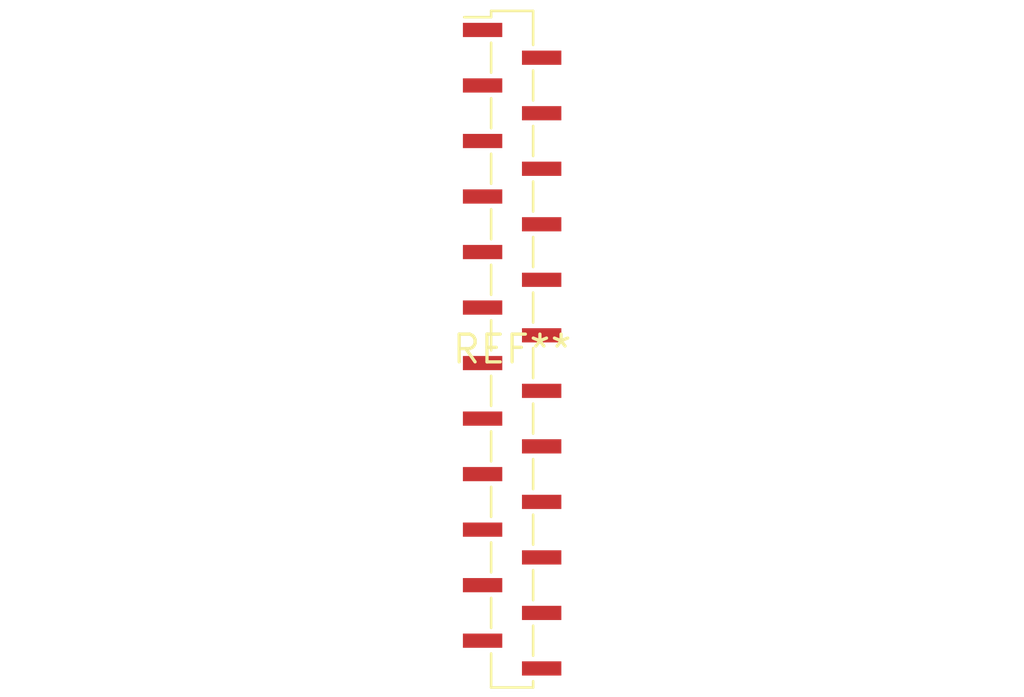
<source format=kicad_pcb>
(kicad_pcb (version 20240108) (generator pcbnew)
  (layers (0 "F.Cu" signal) (31 "B.Cu" signal) (34 "B.Paste" user) (35 "F.Paste" user) (36 "B.SilkS" user "B.Silkscreen") (37 "F.SilkS" user "F.Silkscreen") (38 "B.Mask" user) (39 "F.Mask" user) (44 "Edge.Cuts" user))
  (net 0 "")
  (footprint "PinSocket_1x24_P1.27mm_Vertical_SMD_Pin1Left" (layer "F.Cu") (at 0 0)
    (property "Reference" "REF**")
    (property "Value" "PinSocket_1x24_P1.27mm_Vertical_SMD_Pin1Left")
    (fp_line (start -2.19 -15.19) (end -0.96 -15.19) (layer "F.SilkS") (stroke (width 0.12)))
    (fp_line (start -0.96 -15.475) (end -0.96 -15.19) (layer "F.SilkS") (stroke (width 0.12)))
    (fp_line (start -0.96 -15.475) (end 0.96 -15.475) (layer "F.SilkS") (stroke (width 0.12)))
    (fp_line (start -0.96 -14.02) (end -0.96 -12.65) (layer "F.SilkS") (stroke (width 0.12)))
    (fp_line (start -0.96 -11.48) (end -0.96 -10.11) (layer "F.SilkS") (stroke (width 0.12)))
    (fp_line (start -0.96 -8.94) (end -0.96 -7.57) (layer "F.SilkS") (stroke (width 0.12)))
    (fp_line (start -0.96 -6.4) (end -0.96 -5.03) (layer "F.SilkS") (stroke (width 0.12)))
    (fp_line (start -0.96 -3.86) (end -0.96 -2.49) (layer "F.SilkS") (stroke (width 0.12)))
    (fp_line (start -0.96 -1.32) (end -0.96 0.05) (layer "F.SilkS") (stroke (width 0.12)))
    (fp_line (start -0.96 1.22) (end -0.96 2.59) (layer "F.SilkS") (stroke (width 0.12)))
    (fp_line (start -0.96 3.76) (end -0.96 5.13) (layer "F.SilkS") (stroke (width 0.12)))
    (fp_line (start -0.96 6.3) (end -0.96 7.67) (layer "F.SilkS") (stroke (width 0.12)))
    (fp_line (start -0.96 8.84) (end -0.96 10.21) (layer "F.SilkS") (stroke (width 0.12)))
    (fp_line (start -0.96 11.38) (end -0.96 12.75) (layer "F.SilkS") (stroke (width 0.12)))
    (fp_line (start -0.96 13.92) (end -0.96 15.475) (layer "F.SilkS") (stroke (width 0.12)))
    (fp_line (start -0.96 15.475) (end 0.96 15.475) (layer "F.SilkS") (stroke (width 0.12)))
    (fp_line (start 0.96 -15.475) (end 0.96 -13.92) (layer "F.SilkS") (stroke (width 0.12)))
    (fp_line (start 0.96 -12.75) (end 0.96 -11.38) (layer "F.SilkS") (stroke (width 0.12)))
    (fp_line (start 0.96 -10.21) (end 0.96 -8.84) (layer "F.SilkS") (stroke (width 0.12)))
    (fp_line (start 0.96 -7.67) (end 0.96 -6.3) (layer "F.SilkS") (stroke (width 0.12)))
    (fp_line (start 0.96 -5.13) (end 0.96 -3.76) (layer "F.SilkS") (stroke (width 0.12)))
    (fp_line (start 0.96 -2.59) (end 0.96 -1.22) (layer "F.SilkS") (stroke (width 0.12)))
    (fp_line (start 0.96 -0.05) (end 0.96 1.32) (layer "F.SilkS") (stroke (width 0.12)))
    (fp_line (start 0.96 2.49) (end 0.96 3.86) (layer "F.SilkS") (stroke (width 0.12)))
    (fp_line (start 0.96 5.03) (end 0.96 6.4) (layer "F.SilkS") (stroke (width 0.12)))
    (fp_line (start 0.96 7.57) (end 0.96 8.94) (layer "F.SilkS") (stroke (width 0.12)))
    (fp_line (start 0.96 10.11) (end 0.96 11.48) (layer "F.SilkS") (stroke (width 0.12)))
    (fp_line (start 0.96 12.65) (end 0.96 14.02) (layer "F.SilkS") (stroke (width 0.12)))
    (fp_line (start 0.96 15.19) (end 0.96 15.475) (layer "F.SilkS") (stroke (width 0.12)))
    (pad "1" smd rect (at -1.35 -14.605) (size 1.8 0.65) (layers "F.Cu" "F.Paste" "F.Mask"))
    (pad "2" smd rect (at 1.35 -13.335) (size 1.8 0.65) (layers "F.Cu" "F.Paste" "F.Mask"))
    (pad "3" smd rect (at -1.35 -12.065) (size 1.8 0.65) (layers "F.Cu" "F.Paste" "F.Mask"))
    (pad "4" smd rect (at 1.35 -10.795) (size 1.8 0.65) (layers "F.Cu" "F.Paste" "F.Mask"))
    (pad "5" smd rect (at -1.35 -9.525) (size 1.8 0.65) (layers "F.Cu" "F.Paste" "F.Mask"))
    (pad "6" smd rect (at 1.35 -8.255) (size 1.8 0.65) (layers "F.Cu" "F.Paste" "F.Mask"))
    (pad "7" smd rect (at -1.35 -6.985) (size 1.8 0.65) (layers "F.Cu" "F.Paste" "F.Mask"))
    (pad "8" smd rect (at 1.35 -5.715) (size 1.8 0.65) (layers "F.Cu" "F.Paste" "F.Mask"))
    (pad "9" smd rect (at -1.35 -4.445) (size 1.8 0.65) (layers "F.Cu" "F.Paste" "F.Mask"))
    (pad "10" smd rect (at 1.35 -3.175) (size 1.8 0.65) (layers "F.Cu" "F.Paste" "F.Mask"))
    (pad "11" smd rect (at -1.35 -1.905) (size 1.8 0.65) (layers "F.Cu" "F.Paste" "F.Mask"))
    (pad "12" smd rect (at 1.35 -0.635) (size 1.8 0.65) (layers "F.Cu" "F.Paste" "F.Mask"))
    (pad "13" smd rect (at -1.35 0.635) (size 1.8 0.65) (layers "F.Cu" "F.Paste" "F.Mask"))
    (pad "14" smd rect (at 1.35 1.905) (size 1.8 0.65) (layers "F.Cu" "F.Paste" "F.Mask"))
    (pad "15" smd rect (at -1.35 3.175) (size 1.8 0.65) (layers "F.Cu" "F.Paste" "F.Mask"))
    (pad "16" smd rect (at 1.35 4.445) (size 1.8 0.65) (layers "F.Cu" "F.Paste" "F.Mask"))
    (pad "17" smd rect (at -1.35 5.715) (size 1.8 0.65) (layers "F.Cu" "F.Paste" "F.Mask"))
    (pad "18" smd rect (at 1.35 6.985) (size 1.8 0.65) (layers "F.Cu" "F.Paste" "F.Mask"))
    (pad "19" smd rect (at -1.35 8.255) (size 1.8 0.65) (layers "F.Cu" "F.Paste" "F.Mask"))
    (pad "20" smd rect (at 1.35 9.525) (size 1.8 0.65) (layers "F.Cu" "F.Paste" "F.Mask"))
    (pad "21" smd rect (at -1.35 10.795) (size 1.8 0.65) (layers "F.Cu" "F.Paste" "F.Mask"))
    (pad "22" smd rect (at 1.35 12.065) (size 1.8 0.65) (layers "F.Cu" "F.Paste" "F.Mask"))
    (pad "23" smd rect (at -1.35 13.335) (size 1.8 0.65) (layers "F.Cu" "F.Paste" "F.Mask"))
    (pad "24" smd rect (at 1.35 14.605) (size 1.8 0.65) (layers "F.Cu" "F.Paste" "F.Mask"))
  )
)
</source>
